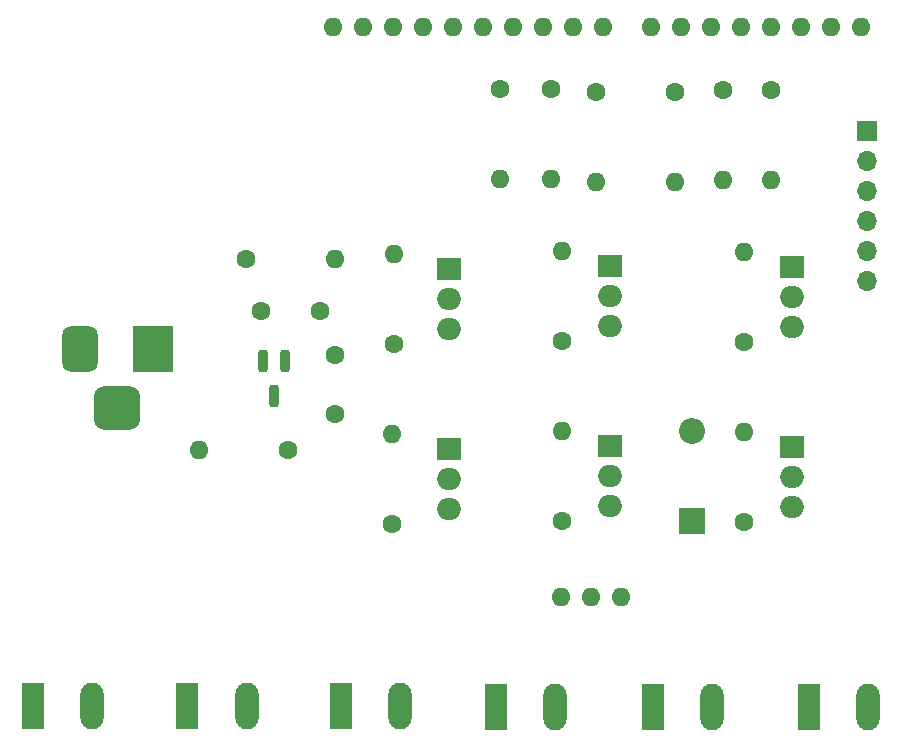
<source format=gbr>
%TF.GenerationSoftware,KiCad,Pcbnew,8.0.3*%
%TF.CreationDate,2024-07-14T15:46:43+08:00*%
%TF.ProjectId,circadian-rave-hardware,63697263-6164-4696-916e-2d726176652d,rev?*%
%TF.SameCoordinates,Original*%
%TF.FileFunction,Soldermask,Top*%
%TF.FilePolarity,Negative*%
%FSLAX46Y46*%
G04 Gerber Fmt 4.6, Leading zero omitted, Abs format (unit mm)*
G04 Created by KiCad (PCBNEW 8.0.3) date 2024-07-14 15:46:43*
%MOMM*%
%LPD*%
G01*
G04 APERTURE LIST*
G04 Aperture macros list*
%AMRoundRect*
0 Rectangle with rounded corners*
0 $1 Rounding radius*
0 $2 $3 $4 $5 $6 $7 $8 $9 X,Y pos of 4 corners*
0 Add a 4 corners polygon primitive as box body*
4,1,4,$2,$3,$4,$5,$6,$7,$8,$9,$2,$3,0*
0 Add four circle primitives for the rounded corners*
1,1,$1+$1,$2,$3*
1,1,$1+$1,$4,$5*
1,1,$1+$1,$6,$7*
1,1,$1+$1,$8,$9*
0 Add four rect primitives between the rounded corners*
20,1,$1+$1,$2,$3,$4,$5,0*
20,1,$1+$1,$4,$5,$6,$7,0*
20,1,$1+$1,$6,$7,$8,$9,0*
20,1,$1+$1,$8,$9,$2,$3,0*%
G04 Aperture macros list end*
%ADD10R,3.500000X3.900000*%
%ADD11RoundRect,0.750000X-0.750000X-1.200000X0.750000X-1.200000X0.750000X1.200000X-0.750000X1.200000X0*%
%ADD12RoundRect,0.925000X-1.025000X-0.925000X1.025000X-0.925000X1.025000X0.925000X-1.025000X0.925000X0*%
%ADD13C,1.600000*%
%ADD14O,1.600000X1.600000*%
%ADD15RoundRect,0.200000X-0.200000X0.750000X-0.200000X-0.750000X0.200000X-0.750000X0.200000X0.750000X0*%
%ADD16R,2.200000X2.200000*%
%ADD17O,2.200000X2.200000*%
%ADD18R,1.980000X3.960000*%
%ADD19O,1.980000X3.960000*%
%ADD20O,2.000000X1.905000*%
%ADD21R,2.000000X1.905000*%
%ADD22R,1.700000X1.700000*%
%ADD23O,1.700000X1.700000*%
G04 APERTURE END LIST*
D10*
%TO.C,J1*%
X86400000Y-92200000D03*
D11*
X80200000Y-92200000D03*
D12*
X83300000Y-97200000D03*
%TD*%
D13*
%TO.C,C2*%
X97800000Y-100800000D03*
D14*
X90300000Y-100800000D03*
%TD*%
D13*
%TO.C,C1*%
X94250000Y-84600000D03*
D14*
X101750000Y-84600000D03*
%TD*%
D13*
%TO.C,C4*%
X101800000Y-97700000D03*
X101800000Y-92700000D03*
%TD*%
%TO.C,C3*%
X95500000Y-89000000D03*
X100500000Y-89000000D03*
%TD*%
D15*
%TO.C,U1*%
X97600000Y-93200000D03*
X95700000Y-93200000D03*
X96650000Y-96200000D03*
%TD*%
D16*
%TO.C,D1*%
X132000000Y-106810000D03*
D17*
X132000000Y-99190000D03*
%TD*%
D18*
%TO.C,J3*%
X128700000Y-122500000D03*
D19*
X133700000Y-122500000D03*
%TD*%
D14*
%TO.C,A1*%
X120960000Y-113200000D03*
X123500000Y-113200000D03*
X126040000Y-113200000D03*
X146360000Y-64940000D03*
X143820000Y-64940000D03*
X141280000Y-64940000D03*
X138740000Y-64940000D03*
X136200000Y-64940000D03*
X133660000Y-64940000D03*
X131120000Y-64940000D03*
X128580000Y-64940000D03*
X124520000Y-64940000D03*
X121980000Y-64940000D03*
X119440000Y-64940000D03*
X116900000Y-64940000D03*
X114360000Y-64940000D03*
X111820000Y-64940000D03*
X109280000Y-64940000D03*
X106740000Y-64940000D03*
X104200000Y-64940000D03*
X101660000Y-64940000D03*
%TD*%
D19*
%TO.C,J8*%
X81235000Y-122400000D03*
D18*
X76235000Y-122400000D03*
%TD*%
D19*
%TO.C,J7*%
X94300000Y-122400000D03*
D18*
X89300000Y-122400000D03*
%TD*%
D19*
%TO.C,J6*%
X107300000Y-122400000D03*
D18*
X102300000Y-122400000D03*
%TD*%
D19*
%TO.C,J5*%
X120400000Y-122500000D03*
D18*
X115400000Y-122500000D03*
%TD*%
%TO.C,J2*%
X141900000Y-122500000D03*
D19*
X146900000Y-122500000D03*
%TD*%
D14*
%TO.C,R12*%
X106600000Y-99390000D03*
D13*
X106600000Y-107010000D03*
%TD*%
D14*
%TO.C,R11*%
X115800000Y-77840000D03*
D13*
X115800000Y-70220000D03*
%TD*%
D14*
%TO.C,R10*%
X106800000Y-84130000D03*
D13*
X106800000Y-91750000D03*
%TD*%
D14*
%TO.C,R9*%
X120100000Y-77840000D03*
D13*
X120100000Y-70220000D03*
%TD*%
%TO.C,R8*%
X121000000Y-106810000D03*
D14*
X121000000Y-99190000D03*
%TD*%
%TO.C,R7*%
X123900000Y-78040000D03*
D13*
X123900000Y-70420000D03*
%TD*%
D14*
%TO.C,R6*%
X121000000Y-83930000D03*
D13*
X121000000Y-91550000D03*
%TD*%
D14*
%TO.C,R5*%
X130600000Y-78040000D03*
D13*
X130600000Y-70420000D03*
%TD*%
%TO.C,R4*%
X136400000Y-106870000D03*
D14*
X136400000Y-99250000D03*
%TD*%
%TO.C,R3*%
X134600000Y-77930000D03*
D13*
X134600000Y-70310000D03*
%TD*%
%TO.C,R2*%
X136400000Y-91610000D03*
D14*
X136400000Y-83990000D03*
%TD*%
%TO.C,R1*%
X138700000Y-77930000D03*
D13*
X138700000Y-70310000D03*
%TD*%
D20*
%TO.C,Q6*%
X111455000Y-105740000D03*
X111455000Y-103200000D03*
D21*
X111455000Y-100660000D03*
%TD*%
D20*
%TO.C,Q5*%
X111455000Y-90480000D03*
X111455000Y-87940000D03*
D21*
X111455000Y-85400000D03*
%TD*%
%TO.C,Q4*%
X125055000Y-100460000D03*
D20*
X125055000Y-103000000D03*
X125055000Y-105540000D03*
%TD*%
%TO.C,Q3*%
X125055000Y-90280000D03*
X125055000Y-87740000D03*
D21*
X125055000Y-85200000D03*
%TD*%
D20*
%TO.C,Q2*%
X140455000Y-105600000D03*
X140455000Y-103060000D03*
D21*
X140455000Y-100520000D03*
%TD*%
D20*
%TO.C,Q1*%
X140455000Y-90340000D03*
X140455000Y-87800000D03*
D21*
X140455000Y-85260000D03*
%TD*%
D22*
%TO.C,J4*%
X146800000Y-73780000D03*
D23*
X146800000Y-76320000D03*
X146800000Y-78860000D03*
X146800000Y-81400000D03*
X146800000Y-83940000D03*
X146800000Y-86480000D03*
%TD*%
M02*

</source>
